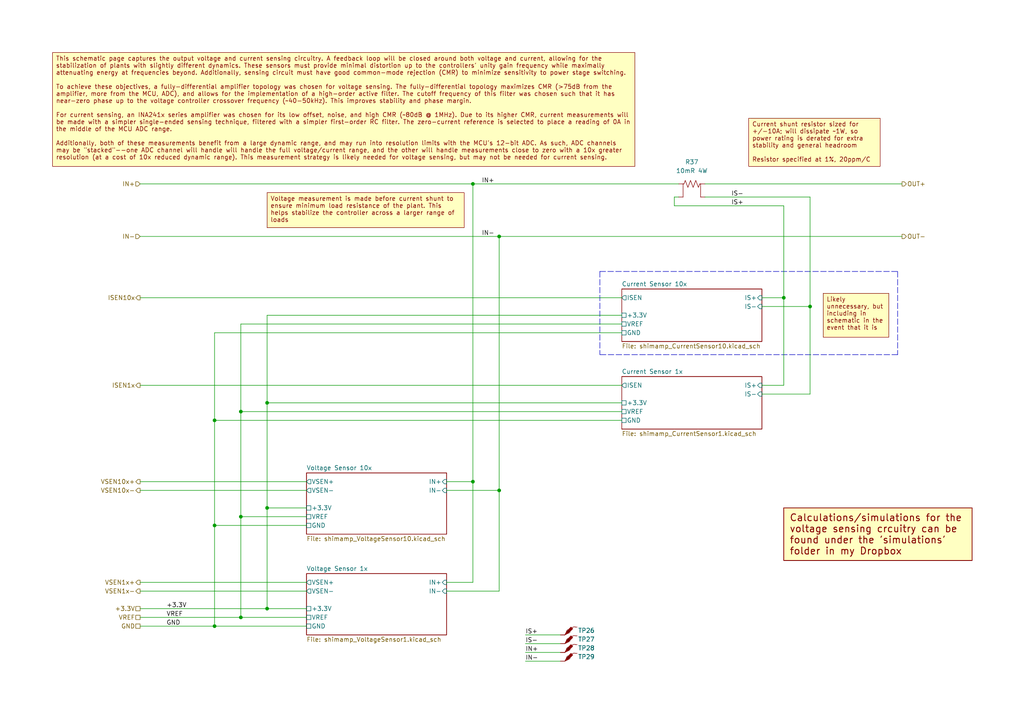
<source format=kicad_sch>
(kicad_sch (version 20230121) (generator eeschema)
  (paper "A4")
  (title_block (title "Shim Amplifier Prototype") (date "2023-08-01") (rev "A.1") (company "Ishaan Govindarajan"))
  (lib_symbols
    (symbol "Custom-LogicIC:TestPoint" (in_bom no)
      (property "Reference" "TP" (at 2.54 0 0))
      (symbol "TestPoint_1_1"
        (polyline (pts (xy -0.762 1.27) (xy 0 0.508)) (stroke (width 0) (color 72 0 0 1)))
        (polyline (pts (xy -0.508 1.524) (xy 0.254 0.762)) (stroke (width 0) (color 72 0 0 1)))
        (polyline (pts (xy -1.27 0) (xy -0.762 1.016) (xy -0.254 0.508) (xy -1.27 0)) (fill (type color) (color 132 0 0 1)))
        (polyline (pts (xy -0.762 1.016) (xy 0.508 2.286) (xy 1.016 1.778) (xy -0.254 0.508) (xy -0.762 1.016)) (fill (type color) (color 132 0 0 1)))
        (arc (start 1.778 2.286) (mid 1.2343 2.3019) (end 0.762 2.032))
        (arc (start 1.778 2.286) (mid 2.032 2.258) (end 2.286 2.286))
        (pin passive line (at -2.54 0 0) (length 1.27) (name "") (number "1"))
      )
    )
    (symbol "Custom-Resistor:VMS-R010-1.0-U" (pin_numbers hide) (pin_names (offset 0))
      (property "Reference" "R" (at 2.54 0 90))
      (property "Value" "10mR 4W" (at -2.54 0 90))
      (symbol "VMS-R010-1.0-U_0_1"
        (polyline (pts (xy 0 -2.286) (xy 0 -2.54)))
        (polyline (pts (xy 0 2.286) (xy 0 2.54)))
        (polyline (pts (xy 3.81 -2.54) (xy 0 -2.54)))
        (polyline (pts (xy 3.81 2.54) (xy 0 2.54)))
        (polyline (pts (xy 0 -0.762) (xy 1.016 -1.143) (xy 0 -1.524) (xy -1.016 -1.905) (xy 0 -2.286)))
        (polyline (pts (xy 0 0.762) (xy 1.016 0.381) (xy 0 0) (xy -1.016 -0.381) (xy 0 -0.762)))
        (polyline (pts (xy 0 2.286) (xy 1.016 1.905) (xy 0 1.524) (xy -1.016 1.143) (xy 0 0.762)))
      )
      (symbol "VMS-R010-1.0-U_1_1"
        (pin passive line (at 0 3.81 270) (length 1.27) (name "~") (number "1"))
        (pin passive line (at 0 -3.81 90) (length 1.27) (name "~") (number "2"))
        (pin passive line (at 3.81 3.81 270) (length 1.27) (name "~") (number "3"))
        (pin passive line (at 3.81 -3.81 90) (length 1.27) (name "~") (number "4"))
      )
    )
  )
  (junction (at 234.95 88.9))
  (junction (at 69.85 149.86))
  (junction (at 62.23 152.4))
  (junction (at 137.16 139.7))
  (junction (at 77.47 116.84))
  (junction (at 144.78 142.24))
  (junction (at 77.47 176.53))
  (junction (at 62.23 121.92))
  (junction (at 227.33 86.36))
  (junction (at 62.23 181.61))
  (junction (at 137.16 53.34))
  (junction (at 69.85 119.38))
  (junction (at 69.85 179.07))
  (junction (at 77.47 147.32))
  (junction (at 144.78 68.58))
  (wire (pts (xy 69.85 93.98) (xy 180.34 93.98)))
  (wire (pts (xy 152.4 184.15) (xy 162.56 184.15)))
  (wire (pts (xy 227.33 86.36) (xy 227.33 111.76)))
  (wire (pts (xy 144.78 142.24) (xy 144.78 68.58)))
  (wire (pts (xy 137.16 53.34) (xy 196.85 53.34)))
  (wire (pts (xy 62.23 152.4) (xy 62.23 121.92)))
  (wire (pts (xy 69.85 179.07) (xy 88.9 179.07)))
  (wire (pts (xy 196.85 57.15) (xy 195.58 57.15)))
  (wire (pts (xy 220.98 86.36) (xy 227.33 86.36)))
  (wire (pts (xy 220.98 111.76) (xy 227.33 111.76)))
  (wire (pts (xy 40.64 53.34) (xy 137.16 53.34)))
  (polyline (pts (xy 173.99 78.74) (xy 260.35 78.74)) (stroke (width 0) (type dash)))
  (wire (pts (xy 152.4 191.77) (xy 162.56 191.77)))
  (wire (pts (xy 77.47 116.84) (xy 180.34 116.84)))
  (wire (pts (xy 40.64 139.7) (xy 88.9 139.7)))
  (wire (pts (xy 69.85 149.86) (xy 69.85 119.38)))
  (wire (pts (xy 62.23 181.61) (xy 62.23 152.4)))
  (wire (pts (xy 129.54 142.24) (xy 144.78 142.24)))
  (wire (pts (xy 144.78 68.58) (xy 261.62 68.58)))
  (wire (pts (xy 152.4 186.69) (xy 162.56 186.69)))
  (wire (pts (xy 40.64 111.76) (xy 180.34 111.76)))
  (wire (pts (xy 77.47 91.44) (xy 180.34 91.44)))
  (polyline (pts (xy 173.99 78.74) (xy 173.99 102.87)) (stroke (width 0) (type dash)))
  (wire (pts (xy 40.64 68.58) (xy 144.78 68.58)))
  (wire (pts (xy 77.47 147.32) (xy 77.47 176.53)))
  (wire (pts (xy 62.23 152.4) (xy 88.9 152.4)))
  (wire (pts (xy 40.64 168.91) (xy 88.9 168.91)))
  (wire (pts (xy 144.78 142.24) (xy 144.78 171.45)))
  (wire (pts (xy 77.47 147.32) (xy 77.47 116.84)))
  (wire (pts (xy 88.9 181.61) (xy 62.23 181.61)))
  (wire (pts (xy 77.47 116.84) (xy 77.47 91.44)))
  (wire (pts (xy 144.78 171.45) (xy 129.54 171.45)))
  (wire (pts (xy 220.98 88.9) (xy 234.95 88.9)))
  (wire (pts (xy 234.95 57.15) (xy 234.95 88.9)))
  (wire (pts (xy 69.85 119.38) (xy 180.34 119.38)))
  (wire (pts (xy 129.54 168.91) (xy 137.16 168.91)))
  (wire (pts (xy 195.58 57.15) (xy 195.58 59.69)))
  (wire (pts (xy 69.85 149.86) (xy 69.85 179.07)))
  (wire (pts (xy 204.47 53.34) (xy 261.62 53.34)))
  (wire (pts (xy 195.58 59.69) (xy 227.33 59.69)))
  (wire (pts (xy 40.64 142.24) (xy 88.9 142.24)))
  (polyline (pts (xy 260.35 102.87) (xy 173.99 102.87)) (stroke (width 0) (type dash)))
  (wire (pts (xy 234.95 88.9) (xy 234.95 114.3)))
  (wire (pts (xy 137.16 139.7) (xy 137.16 53.34)))
  (wire (pts (xy 62.23 96.52) (xy 180.34 96.52)))
  (wire (pts (xy 40.64 171.45) (xy 88.9 171.45)))
  (wire (pts (xy 88.9 176.53) (xy 77.47 176.53)))
  (polyline (pts (xy 260.35 78.74) (xy 260.35 102.87)) (stroke (width 0) (type dash)))
  (wire (pts (xy 40.64 181.61) (xy 62.23 181.61)))
  (wire (pts (xy 69.85 93.98) (xy 69.85 119.38)))
  (wire (pts (xy 62.23 121.92) (xy 180.34 121.92)))
  (wire (pts (xy 227.33 59.69) (xy 227.33 86.36)))
  (wire (pts (xy 40.64 176.53) (xy 77.47 176.53)))
  (wire (pts (xy 69.85 149.86) (xy 88.9 149.86)))
  (wire (pts (xy 220.98 114.3) (xy 234.95 114.3)))
  (wire (pts (xy 77.47 147.32) (xy 88.9 147.32)))
  (wire (pts (xy 137.16 168.91) (xy 137.16 139.7)))
  (wire (pts (xy 152.4 189.23) (xy 162.56 189.23)))
  (wire (pts (xy 62.23 96.52) (xy 62.23 121.92)))
  (wire (pts (xy 129.54 139.7) (xy 137.16 139.7)))
  (wire (pts (xy 40.64 179.07) (xy 69.85 179.07)))
  (wire (pts (xy 40.64 86.36) (xy 180.34 86.36)))
  (wire (pts (xy 204.47 57.15) (xy 234.95 57.15)))
  (text_box "This schematic page captures the output voltage and current sensing circuitry. A feedback loop will be closed around both voltage and current, allowing for the stabilization of plants with slightly different dynamics. These sensors must provide minimal distortion up to the controllers' unity gain frequency while maximally attenuating energy at frequencies beyond. Additionally, sensing circuit must have good common-mode rejection (CMR) to minimize sensitivity to power stage switching. \n\nTo achieve these objectives, a fully-differential amplifier topology was chosen for voltage sensing. The fully-differential topology maximizes CMR (>75dB from the amplifier, more from the MCU, ADC), and allows for the implementation of a high-order active filter. The cutoff frequency of this filter was chosen such that it has near-zero phase up to the voltage controller crossover frequency (~40-50kHz). This improves stability and phase margin. \n\nFor current sensing, an INA241x series amplifier was chosen for its low offset, noise, and high CMR (~80dB @ 1MHz). Due to its higher CMR, current measurements will be made with a simpler single-ended sensing technique, filtered with a simpler first-order RC filter. The zero-current reference is selected to place a reading of 0A in the middle of the MCU ADC range.\n\nAdditionally, both of these measurements benefit from a large dynamic range, and may run into resolution limits with the MCU's 12-bit ADC. As such, ADC channels may be \"stacked\"--one ADC channel will handle will handle the full voltage/current range, and the other will handle measurements close to zero with a 10x greater resolution (at a cost of 10x reduced dynamic range). This measurement strategy is likely needed for voltage sensing, but may not be needed for current sensing." (at 15.24 15.24 0) (size 168.91 33.02) (stroke (width 0) (color 132 0 0 1)) (fill (type color) (color 255 255 194 1)) (effects (font (size 1.27 1.27)) (justify left top)))
  (text_box "Calculations/simulations for the voltage sensing crcuitry can be found under the 'simulations' folder in my Dropbox" (at 227.33 147.32 0) (size 54.61 15.24) (stroke (width 0.25) (color 132 0 0 1)) (fill (type color) (color 255 255 194 1)) (effects (font (size 2 2) (thickness 0.254) bold) (justify left top)))
  (text_box "Likely unnecessary, but including in schematic in the event that it is" (at 238.76 85.09 0) (size 19.05 12.7) (stroke (width 0) (color 132 0 0 1)) (fill (type color) (color 255 255 194 1)) (effects (font (size 1.27 1.27)) (justify left top)))
  (text_box "Voltage measurement is made before current shunt to ensure minimum load resistance of the plant. This helps stabilize the controller across a larger range of loads" (at 77.47 55.88 0) (size 57.15 10.16) (stroke (width 0) (color 132 0 0 1)) (fill (type color) (color 255 255 194 1)) (effects (font (size 1.27 1.27)) (justify left top)))
  (text_box "Current shunt resistor sized for +/-10A; will dissipate ~1W, so power rating is derated for extra stability and general headroom\n\nResistor specified at 1%, 20ppm/C" (at 217.17 34.29 0) (size 38.1 13.97) (stroke (width 0) (color 132 0 0 1)) (fill (type color) (color 255 255 194 1)) (effects (font (size 1.27 1.27)) (justify left top)))
  (label "IN-" (at 139.7 68.58 0))
  (label "IS-" (at 152.4 186.69 0))
  (label "IS-" (at 212.09 57.15 0))
  (label "IS+" (at 152.4 184.15 0))
  (label "IN+" (at 152.4 189.23 0))
  (label "IN-" (at 152.4 191.77 0))
  (label "IN+" (at 139.7 53.34 0))
  (label "+3.3V" (at 48.26 176.53 0))
  (label "GND" (at 48.26 181.61 0))
  (label "VREF" (at 48.26 179.07 0))
  (label "IS+" (at 212.09 59.69 0))
  (hierarchical_label "ISEN1x" (shape output) (at 40.64 111.76 180))
  (hierarchical_label "IN+" (shape input) (at 40.64 53.34 180))
  (hierarchical_label "IN-" (shape input) (at 40.64 68.58 180))
  (hierarchical_label "OUT-" (shape output) (at 261.62 68.58 0))
  (hierarchical_label "VSEN10x-" (shape output) (at 40.64 142.24 180))
  (hierarchical_label "ISEN10x" (shape output) (at 40.64 86.36 180))
  (hierarchical_label "VSEN10x+" (shape output) (at 40.64 139.7 180))
  (hierarchical_label "VSEN1x-" (shape output) (at 40.64 171.45 180))
  (hierarchical_label "+3.3V" (shape passive) (at 40.64 176.53 180))
  (hierarchical_label "VREF" (shape passive) (at 40.64 179.07 180))
  (hierarchical_label "GND" (shape passive) (at 40.64 181.61 180))
  (hierarchical_label "VSEN1x+" (shape output) (at 40.64 168.91 180))
  (hierarchical_label "OUT+" (shape output) (at 261.62 53.34 0))
  (symbol (lib_id "Custom-LogicIC:TestPoint") (at 165.1 191.77 0) (unit 1) (in_bom no)
    (property "Reference" "TP29" (at 167.64 190.5 0) (effects (justify left)))
    (property "Value" "-" (effects hide))
    (property "Footprint" "TestPoint:TestPoint_Pad_D2.0mm" (effects hide))
    (instances (project "Class-D Prototype revA" (path "" (reference "TP29") (unit 1)) (path "" (reference "TP?") (unit 1)) (path "" (reference "TP?") (unit 1))))
  )
  (symbol (lib_id "Custom-Resistor:VMS-R010-1.0-U") (at 200.66 53.34 270) (unit 1)
    (property "Reference" "R37" (at 200.66 46.99 90))
    (property "Value" "10mR 4W" (at 200.66 49.53 90))
    (property "Footprint" "Custom-RLC:R_2512_6332_CURRENT_SHUNT" (effects hide))
    (property "Datasheet" "https://www.isabellenhuetteusa.com/wp-content/uploads/2020/05/VMS.pdf" (effects hide))
    (property "Manufacturer" "Isabellenhuette USA" (effects hide))
    (property "Part Number" "VMS-R010-1.0-U" (effects hide))
  )
  (symbol (lib_id "Custom-LogicIC:TestPoint") (at 165.1 184.15 0) (unit 1) (in_bom no)
    (property "Reference" "TP26" (at 167.64 182.88 0) (effects (justify left)))
    (property "Value" "-" (effects hide))
    (property "Footprint" "TestPoint:TestPoint_Pad_D2.0mm" (effects hide))
  )
  (symbol (lib_id "Custom-LogicIC:TestPoint") (at 165.1 189.23 0) (unit 1) (in_bom no)
    (property "Reference" "TP28" (at 167.64 187.96 0) (effects (justify left)))
    (property "Value" "-" (effects hide))
    (property "Footprint" "TestPoint:TestPoint_Pad_D2.0mm" (effects hide))
    (instances (project "Class-D Prototype revA" (path "" (reference "TP28") (unit 1)) (path "" (reference "TP?") (unit 1)) (path "" (reference "TP?") (unit 1))))
  )
  (symbol (lib_id "Custom-LogicIC:TestPoint") (at 165.1 186.69 0) (unit 1) (in_bom no)
    (property "Reference" "TP27" (at 167.64 185.42 0) (effects (justify left)))
    (property "Value" "-" (effects hide))
    (property "Footprint" "TestPoint:TestPoint_Pad_D2.0mm" (effects hide))
  )
  (sheet (at 88.9 137.16) (size 40.64 17.78) (stroke (width 0.1524))
    (property "Sheetname" "Voltage Sensor 10x" (at 88.9 136.4484 0) (effects (justify left bottom)))
    (property "Sheetfile" "shimamp_VoltageSensor10.kicad_sch" (at 88.9 155.5246 0) (effects (justify left top)))
    (pin "VSEN-" output (at 88.9 142.24 180))
    (pin "VSEN+" output (at 88.9 139.7 180))
    (pin "IN-" input (at 129.54 142.24 0))
    (pin "IN+" input (at 129.54 139.7 0))
    (pin "GND" passive (at 88.9 152.4 180))
    (pin "VREF" passive (at 88.9 149.86 180))
    (pin "+3.3V" passive (at 88.9 147.32 180))
  )
  (sheet (at 180.34 109.22) (size 40.64 15.24) (stroke (width 0.1524))
    (property "Sheetname" "Current Sensor 1x" (at 180.34 108.5084 0) (effects (justify left bottom)))
    (property "Sheetfile" "shimamp_CurrentSensor1.kicad_sch" (at 180.34 125.0446 0) (effects (justify left top)))
    (pin "ISEN" output (at 180.34 111.76 180))
    (pin "GND" passive (at 180.34 121.92 180))
    (pin "+3.3V" passive (at 180.34 116.84 180))
    (pin "IS-" input (at 220.98 114.3 0))
    (pin "VREF" passive (at 180.34 119.38 180))
    (pin "IS+" input (at 220.98 111.76 0))
  )
  (sheet (at 180.34 83.82) (size 40.64 15.24) (stroke (width 0.1524))
    (property "Sheetname" "Current Sensor 10x" (at 180.34 83.1084 0) (effects (justify left bottom)))
    (property "Sheetfile" "shimamp_CurrentSensor10.kicad_sch" (at 180.34 99.6446 0) (effects (justify left top)))
    (pin "IS+" input (at 220.98 86.36 0))
    (pin "GND" passive (at 180.34 96.52 180))
    (pin "IS-" input (at 220.98 88.9 0))
    (pin "+3.3V" passive (at 180.34 91.44 180))
    (pin "VREF" passive (at 180.34 93.98 180))
    (pin "ISEN" output (at 180.34 86.36 180))
  )
  (sheet (at 88.9 166.37) (size 40.64 17.78) (stroke (width 0.1524))
    (property "Sheetname" "Voltage Sensor 1x" (at 88.9 165.6584 0) (effects (justify left bottom)))
    (property "Sheetfile" "shimamp_VoltageSensor1.kicad_sch" (at 88.9 184.7346 0) (effects (justify left top)))
    (pin "GND" passive (at 88.9 181.61 180))
    (pin "VREF" passive (at 88.9 179.07 180))
    (pin "+3.3V" passive (at 88.9 176.53 180))
    (pin "IN-" input (at 129.54 171.45 0))
    (pin "IN+" input (at 129.54 168.91 0))
    (pin "VSEN+" output (at 88.9 168.91 180))
    (pin "VSEN-" output (at 88.9 171.45 180))
  )
)
</source>
